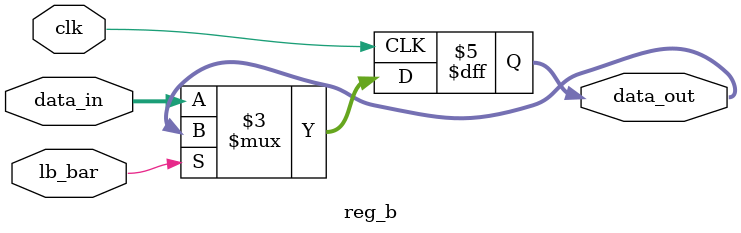
<source format=v>
module reg_b (data_out, data_in, lb_bar, clk);

input [7:0] data_in;
input lb_bar, clk ; 
output reg[7:0] data_out;

always @(posedge clk )
begin 
    if (~lb_bar)
    begin
        data_out <= data_in ;
    end
end
endmodule
</source>
